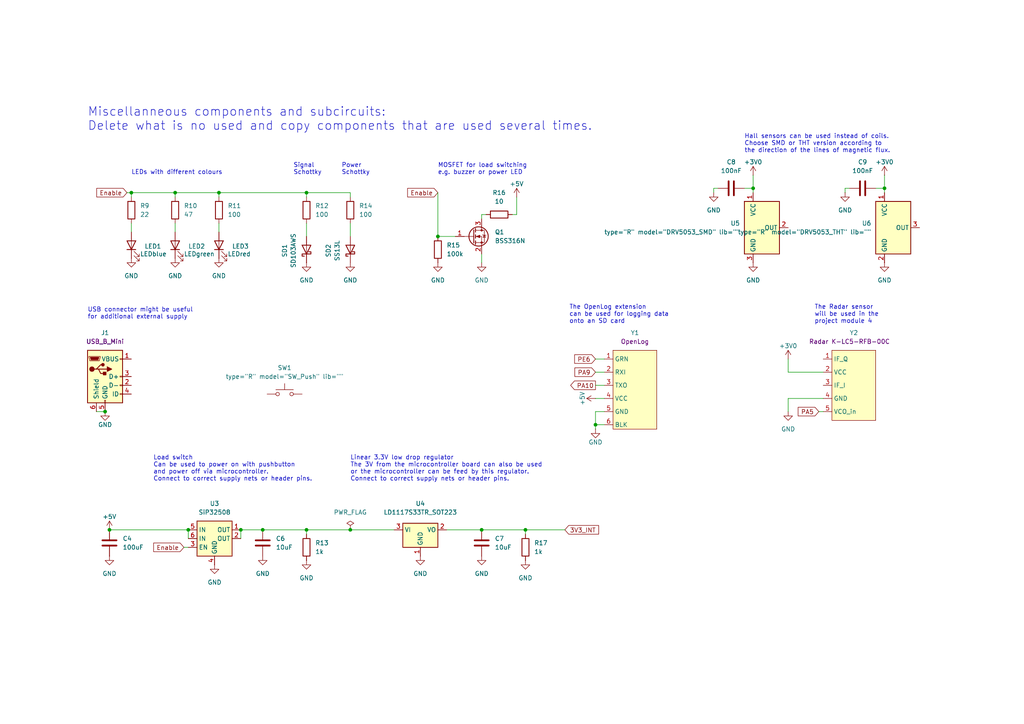
<source format=kicad_sch>
(kicad_sch (version 20250114) (generator "eeschema") (generator_version "9.0")
  (paper "A4")
  (title_block (title "Miscellaneous") (date "2022-12-22") (company "hhrt@zhaw.ch"))
  (lib_symbols
    (symbol "Connector:USB_B_Mini" (pin_names (offset 1.016))
      (property "Reference" "J" (at -5.08 11.43 0))
      (property "Value" "USB_B_Mini" (at -5.08 8.89 0))
      (symbol "USB_B_Mini_0_1"
        (rectangle (start -5.08 -7.62) (end 5.08 7.62) (stroke (width 0.254)) (fill (type background)))
        (polyline (pts (xy -4.699 5.842) (xy -4.699 5.588) (xy -4.445 4.826) (xy -4.445 4.572) (xy -1.651 4.572) (xy -1.651 4.826) (xy -1.397 5.588) (xy -1.397 5.842) (xy -4.699 5.842)))
        (polyline (pts (xy -4.318 5.588) (xy -1.778 5.588) (xy -2.032 4.826) (xy -4.064 4.826) (xy -4.318 5.588)) (fill (type outline)))
        (circle (center -3.81 2.159) (radius 0.635) (stroke (width 0.254)) (fill (type outline)))
        (polyline (pts (xy -3.175 2.159) (xy -2.54 2.159) (xy -1.27 3.429) (xy -0.635 3.429)) (stroke (width 0.254)))
        (polyline (pts (xy -2.54 2.159) (xy -1.905 2.159) (xy -1.27 0.889) (xy 0 0.889)) (stroke (width 0.254)))
        (polyline (pts (xy -1.905 2.159) (xy 0.635 2.159)) (stroke (width 0.254)))
        (circle (center -0.635 3.429) (radius 0.381) (stroke (width 0.254)) (fill (type outline)))
        (rectangle (start -0.127 -7.62) (end 0.127 -6.858))
        (rectangle (start 0.254 1.27) (end -0.508 0.508) (stroke (width 0.254)) (fill (type outline)))
        (polyline (pts (xy 0.635 2.794) (xy 0.635 1.524) (xy 1.905 2.159) (xy 0.635 2.794)) (stroke (width 0.254)) (fill (type outline)))
        (rectangle (start 5.08 4.953) (end 4.318 5.207))
        (rectangle (start 5.08 -0.127) (end 4.318 0.127))
        (rectangle (start 5.08 -2.667) (end 4.318 -2.413))
        (rectangle (start 5.08 -5.207) (end 4.318 -4.953))
      )
      (symbol "USB_B_Mini_1_1"
        (pin passive line (at -2.54 -10.16 90) (length 2.54) (name "Shield") (number "6"))
        (pin power_out line (at 0 -10.16 90) (length 2.54) (name "GND") (number "5"))
        (pin power_out line (at 7.62 5.08 180) (length 2.54) (name "VBUS") (number "1"))
        (pin bidirectional line (at 7.62 0 180) (length 2.54) (name "D+") (number "3"))
        (pin bidirectional line (at 7.62 -2.54 180) (length 2.54) (name "D-") (number "2"))
        (pin passive line (at 7.62 -5.08 180) (length 2.54) (name "ID") (number "4"))
      )
    )
    (symbol "Device:C" (pin_numbers (hide yes)) (pin_names (offset 0.254))
      (property "Reference" "C" (at 0.635 2.54 0))
      (property "Value" "C" (at 0.635 -2.54 0))
      (symbol "C_0_1"
        (polyline (pts (xy -2.032 0.762) (xy 2.032 0.762)) (stroke (width 0.508)))
        (polyline (pts (xy -2.032 -0.762) (xy 2.032 -0.762)) (stroke (width 0.508)))
      )
      (symbol "C_1_1"
        (pin passive line (at 0 3.81 270) (length 2.794) (name "~") (number "1"))
        (pin passive line (at 0 -3.81 90) (length 2.794) (name "~") (number "2"))
      )
    )
    (symbol "Device:D_Schottky" (pin_numbers (hide yes)) (pin_names (offset 1.016) (hide yes))
      (property "Reference" "D" (at 0 2.54 0))
      (property "Value" "D_Schottky" (at 0 -2.54 0))
      (symbol "D_Schottky_0_1"
        (polyline (pts (xy -1.905 0.635) (xy -1.905 1.27) (xy -1.27 1.27) (xy -1.27 -1.27) (xy -0.635 -1.27) (xy -0.635 -0.635)) (stroke (width 0.254)))
        (polyline (pts (xy 1.27 1.27) (xy 1.27 -1.27) (xy -1.27 0) (xy 1.27 1.27)) (stroke (width 0.254)))
        (polyline (pts (xy 1.27 0) (xy -1.27 0)))
      )
      (symbol "D_Schottky_1_1"
        (pin passive line (at -3.81 0 0) (length 2.54) (name "K") (number "1"))
        (pin passive line (at 3.81 0 180) (length 2.54) (name "A") (number "2"))
      )
    )
    (symbol "Device:LED" (pin_numbers (hide yes)) (pin_names (offset 1.016) (hide yes))
      (property "Reference" "D" (at 0 2.54 0))
      (property "Value" "LED" (at 0 -2.54 0))
      (symbol "LED_0_1"
        (polyline (pts (xy -3.048 -0.762) (xy -4.572 -2.286) (xy -3.81 -2.286) (xy -4.572 -2.286) (xy -4.572 -1.524)))
        (polyline (pts (xy -1.778 -0.762) (xy -3.302 -2.286) (xy -2.54 -2.286) (xy -3.302 -2.286) (xy -3.302 -1.524)))
        (polyline (pts (xy -1.27 0) (xy 1.27 0)))
        (polyline (pts (xy -1.27 -1.27) (xy -1.27 1.27)) (stroke (width 0.254)))
        (polyline (pts (xy 1.27 -1.27) (xy 1.27 1.27) (xy -1.27 0) (xy 1.27 -1.27)) (stroke (width 0.254)))
      )
      (symbol "LED_1_1"
        (pin passive line (at -3.81 0 0) (length 2.54) (name "K") (number "1"))
        (pin passive line (at 3.81 0 180) (length 2.54) (name "A") (number "2"))
      )
    )
    (symbol "Device:R" (pin_numbers (hide yes)) (pin_names (offset 0))
      (property "Reference" "R" (at 2.032 0 90))
      (property "Value" "R" (at 0 0 90))
      (symbol "R_0_1"
        (rectangle (start -1.016 -2.54) (end 1.016 2.54) (stroke (width 0.254)))
      )
      (symbol "R_1_1"
        (pin passive line (at 0 3.81 270) (length 1.27) (name "~") (number "1"))
        (pin passive line (at 0 -3.81 90) (length 1.27) (name "~") (number "2"))
      )
    )
    (symbol "HW_template:OpenLog"
      (property "Reference" "Y" (at 0 16.51 0))
      (property "Value" "${SIM.PARAMS}" (at 0 13.97 0))
      (property "Sim.Params" "OpenLog" (at 0 13.97 0))
      (symbol "OpenLog_0_1"
        (rectangle (start -6.35 11.43) (end 6.35 -11.43) (fill (type background)))
      )
      (symbol "OpenLog_1_1"
        (pin input line (at -8.89 8.89 0) (length 2.54) (name "GRN") (number "1"))
        (pin input line (at -8.89 5.08 0) (length 2.54) (name "RXI") (number "2"))
        (pin output line (at -8.89 1.27 0) (length 2.54) (name "TXO") (number "3"))
        (pin power_in line (at -8.89 -2.54 0) (length 2.54) (name "VCC") (number "4"))
        (pin power_in line (at -8.89 -6.35 0) (length 2.54) (name "GND") (number "5"))
        (pin power_in line (at -8.89 -10.16 0) (length 2.54) (name "BLK") (number "6"))
      )
    )
    (symbol "HW_template:Radar K-LC5-RFB-00C"
      (property "Reference" "Y" (at 0 15.24 0))
      (property "Value" "${SIM.PARAMS}" (at -1.27 12.7 0))
      (property "Sim.Params" "Radar K-LC5-RFB-00C" (at -1.27 12.7 0))
      (symbol "Radar K-LC5-RFB-00C_0_1"
        (rectangle (start -6.35 10.16) (end 6.35 -10.16) (fill (type background)))
      )
      (symbol "Radar K-LC5-RFB-00C_1_1"
        (pin output line (at -8.89 7.62 0) (length 2.54) (name "IF_Q") (number "1"))
        (pin power_in line (at -8.89 3.81 0) (length 2.54) (name "VCC") (number "2"))
        (pin output line (at -8.89 0 0) (length 2.54) (name "IF_I") (number "3"))
        (pin power_in line (at -8.89 -3.81 0) (length 2.54) (name "GND") (number "4"))
        (pin input line (at -8.89 -7.62 0) (length 2.54) (name "VCO_in") (number "5"))
      )
    )
    (symbol "HW_template:SiP32508"
      (property "Reference" "U" (at 0 8.89 0))
      (property "Value" "SiP32508" (at 0 6.35 0))
      (symbol "SiP32508_0_1"
        (rectangle (start -5.08 5.08) (end 5.08 -5.08) (stroke (width 0.254)) (fill (type background)))
      )
      (symbol "SiP32508_1_1"
        (pin passive line (at -7.62 2.54 0) (length 2.54) (name "IN") (number "5"))
        (pin passive line (at -7.62 0 0) (length 2.54) (name "IN") (number "6"))
        (pin input line (at -7.62 -2.54 0) (length 2.54) (name "EN") (number "3"))
        (pin power_in line (at 0 -7.62 90) (length 2.54) (name "GND") (number "4"))
        (pin passive line (at 7.62 2.54 180) (length 2.54) (name "OUT") (number "1"))
        (pin passive line (at 7.62 0 180) (length 2.54) (name "OUT") (number "2"))
      )
    )
    (symbol "Regulator_Linear:LD1117S33TR_SOT223"
      (property "Reference" "U" (at -3.81 3.175 0))
      (property "Value" "LD1117S33TR_SOT223" (at 0 3.175 0))
      (symbol "LD1117S33TR_SOT223_0_1"
        (rectangle (start -5.08 -5.08) (end 5.08 1.905) (stroke (width 0.254)) (fill (type background)))
      )
      (symbol "LD1117S33TR_SOT223_1_1"
        (pin power_in line (at -7.62 0 0) (length 2.54) (name "VI") (number "3"))
        (pin power_in line (at 0 -7.62 90) (length 2.54) (name "GND") (number "1"))
        (pin power_out line (at 7.62 0 180) (length 2.54) (name "VO") (number "2"))
      )
    )
    (symbol "Sensor_Magnetic:DRV5055A1xDBZxQ1"
      (property "Reference" "U" (at 2.54 12.7 0))
      (property "Value" "DRV5055A1xDBZxQ1" (at 2.54 10.16 0))
      (symbol "DRV5055A1xDBZxQ1_1_1"
        (rectangle (start -5.08 7.62) (end 5.08 -7.62) (stroke (width 0.254)) (fill (type background)))
        (pin power_in line (at -2.54 10.16 270) (length 2.54) (name "VCC") (number "1"))
        (pin power_in line (at -2.54 -10.16 90) (length 2.54) (name "GND") (number "3"))
        (pin output line (at 7.62 0 180) (length 2.54) (name "OUT") (number "2"))
      )
    )
    (symbol "Sensor_Magnetic:DRV5055A1xLPGxQ1"
      (property "Reference" "U" (at 5.08 12.7 0))
      (property "Value" "DRV5055A1xLPGxQ1" (at 7.62 10.16 0))
      (symbol "DRV5055A1xLPGxQ1_1_1"
        (rectangle (start -5.08 7.62) (end 5.08 -7.62) (stroke (width 0.254)) (fill (type background)))
        (pin power_in line (at -2.54 10.16 270) (length 2.54) (name "VCC") (number "1"))
        (pin power_in line (at -2.54 -10.16 90) (length 2.54) (name "GND") (number "2"))
        (pin output line (at 7.62 0 180) (length 2.54) (name "OUT") (number "3"))
      )
    )
    (symbol "Switch:SW_Push" (pin_numbers (hide yes)) (pin_names (offset 1.016) (hide yes))
      (property "Reference" "SW" (at 1.27 2.54 0))
      (property "Value" "SW_Push" (at 0 -1.524 0))
      (symbol "SW_Push_0_1"
        (circle (center -2.032 0) (radius 0.508))
        (polyline (pts (xy 0 1.27) (xy 0 3.048)))
        (circle (center 2.032 0) (radius 0.508))
        (polyline (pts (xy 2.54 1.27) (xy -2.54 1.27)))
        (pin passive line (at -5.08 0 0) (length 2.54) (name "1") (number "1"))
        (pin passive line (at 5.08 0 180) (length 2.54) (name "2") (number "2"))
      )
    )
    (symbol "Transistor_FET:BSS138" (pin_names (hide yes))
      (property "Reference" "Q" (at 5.08 1.905 0))
      (property "Value" "BSS138" (at 5.08 0 0))
      (symbol "BSS138_0_1"
        (polyline (pts (xy 0.254 1.905) (xy 0.254 -1.905)) (stroke (width 0.254)))
        (polyline (pts (xy 0.254 0) (xy -2.54 0)))
        (polyline (pts (xy 0.762 2.286) (xy 0.762 1.27)) (stroke (width 0.254)))
        (polyline (pts (xy 0.762 0.508) (xy 0.762 -0.508)) (stroke (width 0.254)))
        (polyline (pts (xy 0.762 -1.27) (xy 0.762 -2.286)) (stroke (width 0.254)))
        (polyline (pts (xy 0.762 -1.778) (xy 3.302 -1.778) (xy 3.302 1.778) (xy 0.762 1.778)))
        (polyline (pts (xy 1.016 0) (xy 2.032 0.381) (xy 2.032 -0.381) (xy 1.016 0)) (fill (type outline)))
        (circle (center 1.651 0) (radius 2.794) (stroke (width 0.254)))
        (polyline (pts (xy 2.54 2.54) (xy 2.54 1.778)))
        (circle (center 2.54 1.778) (radius 0.254) (fill (type outline)))
        (circle (center 2.54 -1.778) (radius 0.254) (fill (type outline)))
        (polyline (pts (xy 2.54 -2.54) (xy 2.54 0) (xy 0.762 0)))
        (polyline (pts (xy 2.794 0.508) (xy 2.921 0.381) (xy 3.683 0.381) (xy 3.81 0.254)))
        (polyline (pts (xy 3.302 0.381) (xy 2.921 -0.254) (xy 3.683 -0.254) (xy 3.302 0.381)))
      )
      (symbol "BSS138_1_1"
        (pin input line (at -5.08 0 0) (length 2.54) (name "G") (number "1"))
        (pin passive line (at 2.54 5.08 270) (length 2.54) (name "D") (number "3"))
        (pin passive line (at 2.54 -5.08 90) (length 2.54) (name "S") (number "2"))
      )
    )
    (symbol "power:+3V0" (power) (pin_numbers (hide yes)) (pin_names (offset 0) (hide yes))
      (property "Value" "+3V0" (at 0 3.556 0))
      (symbol "+3V0_0_1"
        (polyline (pts (xy -0.762 1.27) (xy 0 2.54)))
        (polyline (pts (xy 0 2.54) (xy 0.762 1.27)))
        (polyline (pts (xy 0 0) (xy 0 2.54)))
      )
      (symbol "+3V0_1_1"
        (pin power_in line (at 0 0 90) (length 0) (name "~") (number "1"))
      )
    )
    (symbol "power:+5V" (power) (pin_numbers (hide yes)) (pin_names (offset 0) (hide yes))
      (property "Value" "+5V" (at 0 3.556 0))
      (symbol "+5V_0_1"
        (polyline (pts (xy -0.762 1.27) (xy 0 2.54)))
        (polyline (pts (xy 0 2.54) (xy 0.762 1.27)))
        (polyline (pts (xy 0 0) (xy 0 2.54)))
      )
      (symbol "+5V_1_1"
        (pin power_in line (at 0 0 90) (length 0) (name "~") (number "1"))
      )
    )
    (symbol "power:GND" (power) (pin_numbers (hide yes)) (pin_names (offset 0) (hide yes))
      (property "Value" "GND" (at 0 -3.81 0))
      (symbol "GND_0_1"
        (polyline (pts (xy 0 0) (xy 0 -1.27) (xy 1.27 -1.27) (xy 0 -2.54) (xy -1.27 -1.27) (xy 0 -1.27)))
      )
      (symbol "GND_1_1"
        (pin power_in line (at 0 0 270) (length 0) (name "~") (number "1"))
      )
    )
    (symbol "power:PWR_FLAG" (power) (pin_numbers (hide yes)) (pin_names (offset 0) (hide yes))
      (property "Value" "PWR_FLAG" (at 0 3.81 0))
      (symbol "PWR_FLAG_0_0"
        (pin power_out line (at 0 0 90) (length 0) (name "~") (number "1"))
      )
      (symbol "PWR_FLAG_0_1"
        (polyline (pts (xy 0 0) (xy 0 1.27) (xy -1.016 1.905) (xy 0 2.54) (xy 1.016 1.905) (xy 0 1.27)))
      )
    )
  )
  (text "The Radar sensor\nwill be used in the\nproject module 4" (at 236.22 93.98 0) (effects (font (size 1.27 1.27)) (justify left bottom)))
  (text "Linear 3.3V low drop regulator\nThe 3V from the microcontroller board can also be used\nor the microcontroller can be feed by this regulator.\nConnect to correct supply nets or header pins." (at 101.6 139.7 0) (effects (font (size 1.27 1.27)) (justify left bottom)))
  (text "MOSFET for load switching\ne.g. buzzer or power LED" (at 127 50.8 0) (effects (font (size 1.27 1.27)) (justify left bottom)))
  (text "The OpenLog extension\ncan be used for logging data\nonto an SD card" (at 165.1 93.98 0) (effects (font (size 1.27 1.27)) (justify left bottom)))
  (text "LEDs with different colours" (at 38.1 50.8 0) (effects (font (size 1.27 1.27)) (justify left bottom)))
  (text "Signal\nSchottky" (at 85.09 50.8 0) (effects (font (size 1.27 1.27)) (justify left bottom)))
  (text "Hall sensors can be used instead of coils.\nChoose SMD or THT version according to\nthe direction of the lines of magnetic flux." (at 215.9 44.45 0) (effects (font (size 1.27 1.27)) (justify left bottom)))
  (text "Power\nSchottky" (at 99.06 50.8 0) (effects (font (size 1.27 1.27)) (justify left bottom)))
  (text "USB connector might be useful\nfor additional external supply" (at 25.4 92.71 0) (effects (font (size 1.27 1.27)) (justify left bottom)))
  (text "Miscellanneous components and subcircuits:\nDelete what is no used and copy components that are used several times." (at 25.4 38.1 0) (effects (font (size 2.54 2.54)) (justify left bottom)))
  (text "Load switch\nCan be used to power on with pushbutton\nand power off via microcontroller.\nConnect to correct supply nets or header pins." (at 44.45 139.7 0) (effects (font (size 1.27 1.27)) (justify left bottom)))
  (junction (at 172.72 123.19))
  (junction (at 127 68.58))
  (junction (at 63.5 55.88))
  (junction (at 218.44 54.61))
  (junction (at 76.2 153.67))
  (junction (at 69.85 153.67))
  (junction (at 256.54 54.61))
  (junction (at 31.75 153.67))
  (junction (at 139.7 153.67))
  (junction (at 152.4 153.67))
  (junction (at 101.6 153.67))
  (junction (at 54.61 153.67))
  (junction (at 88.9 55.88))
  (junction (at 50.8 55.88))
  (junction (at 88.9 153.67))
  (junction (at 38.1 55.88))
  (junction (at 30.48 119.38))
  (wire (pts (xy 63.5 64.77) (xy 63.5 67.31)))
  (wire (pts (xy 36.83 55.88) (xy 38.1 55.88)))
  (wire (pts (xy 149.86 57.15) (xy 149.86 62.23)))
  (wire (pts (xy 129.54 153.67) (xy 139.7 153.67)))
  (wire (pts (xy 218.44 54.61) (xy 218.44 55.88)))
  (wire (pts (xy 38.1 55.88) (xy 50.8 55.88)))
  (wire (pts (xy 31.75 153.67) (xy 54.61 153.67)))
  (wire (pts (xy 88.9 153.67) (xy 88.9 154.94)))
  (wire (pts (xy 38.1 57.15) (xy 38.1 55.88)))
  (wire (pts (xy 101.6 55.88) (xy 101.6 57.15)))
  (wire (pts (xy 172.72 119.38) (xy 172.72 123.19)))
  (wire (pts (xy 245.11 54.61) (xy 245.11 55.88)))
  (wire (pts (xy 237.49 119.38) (xy 238.76 119.38)))
  (wire (pts (xy 148.59 62.23) (xy 149.86 62.23)))
  (wire (pts (xy 38.1 64.77) (xy 38.1 67.31)))
  (wire (pts (xy 101.6 64.77) (xy 101.6 68.58)))
  (wire (pts (xy 88.9 55.88) (xy 101.6 55.88)))
  (wire (pts (xy 172.72 104.14) (xy 175.26 104.14)))
  (wire (pts (xy 69.85 153.67) (xy 76.2 153.67)))
  (wire (pts (xy 172.72 111.76) (xy 175.26 111.76)))
  (wire (pts (xy 256.54 54.61) (xy 256.54 55.88)))
  (wire (pts (xy 172.72 115.57) (xy 175.26 115.57)))
  (wire (pts (xy 127 68.58) (xy 132.08 68.58)))
  (wire (pts (xy 207.01 54.61) (xy 207.01 55.88)))
  (wire (pts (xy 254 54.61) (xy 256.54 54.61)))
  (wire (pts (xy 140.97 62.23) (xy 139.7 62.23)))
  (wire (pts (xy 152.4 153.67) (xy 163.83 153.67)))
  (wire (pts (xy 152.4 153.67) (xy 152.4 154.94)))
  (wire (pts (xy 54.61 158.75) (xy 53.34 158.75)))
  (wire (pts (xy 172.72 123.19) (xy 172.72 124.46)))
  (wire (pts (xy 238.76 115.57) (xy 228.6 115.57)))
  (wire (pts (xy 69.85 153.67) (xy 69.85 156.21)))
  (wire (pts (xy 246.38 54.61) (xy 245.11 54.61)))
  (wire (pts (xy 218.44 50.8) (xy 218.44 54.61)))
  (wire (pts (xy 228.6 115.57) (xy 228.6 119.38)))
  (wire (pts (xy 139.7 73.66) (xy 139.7 76.2)))
  (wire (pts (xy 228.6 107.95) (xy 238.76 107.95)))
  (wire (pts (xy 139.7 62.23) (xy 139.7 63.5)))
  (wire (pts (xy 175.26 119.38) (xy 172.72 119.38)))
  (wire (pts (xy 208.28 54.61) (xy 207.01 54.61)))
  (wire (pts (xy 139.7 153.67) (xy 152.4 153.67)))
  (wire (pts (xy 63.5 55.88) (xy 88.9 55.88)))
  (wire (pts (xy 88.9 55.88) (xy 88.9 57.15)))
  (wire (pts (xy 88.9 153.67) (xy 101.6 153.67)))
  (wire (pts (xy 172.72 107.95) (xy 175.26 107.95)))
  (wire (pts (xy 88.9 64.77) (xy 88.9 68.58)))
  (wire (pts (xy 172.72 123.19) (xy 175.26 123.19)))
  (wire (pts (xy 50.8 55.88) (xy 63.5 55.88)))
  (wire (pts (xy 27.94 119.38) (xy 30.48 119.38)))
  (wire (pts (xy 76.2 153.67) (xy 88.9 153.67)))
  (wire (pts (xy 63.5 55.88) (xy 63.5 57.15)))
  (wire (pts (xy 215.9 54.61) (xy 218.44 54.61)))
  (wire (pts (xy 256.54 50.8) (xy 256.54 54.61)))
  (wire (pts (xy 54.61 153.67) (xy 54.61 156.21)))
  (wire (pts (xy 50.8 64.77) (xy 50.8 67.31)))
  (wire (pts (xy 127 55.88) (xy 127 68.58)))
  (wire (pts (xy 228.6 104.14) (xy 228.6 107.95)))
  (wire (pts (xy 101.6 153.67) (xy 114.3 153.67)))
  (wire (pts (xy 50.8 55.88) (xy 50.8 57.15)))
  (global_label "Enable" (shape input) (at 127 55.88 180) (property "Intersheetrefs" "${INTERSHEET_REFS}" (effects (hide yes))))
  (global_label "3V3_INT" (shape input) (at 163.83 153.67 0) (property "Intersheetrefs" "${INTERSHEET_REFS}" (effects (hide yes))))
  (global_label "PA9" (shape input) (at 172.72 107.95 180) (property "Intersheetrefs" "${INTERSHEET_REFS}" (effects (hide yes))))
  (global_label "Enable" (shape input) (at 36.83 55.88 180) (property "Intersheetrefs" "${INTERSHEET_REFS}" (effects (hide yes))))
  (global_label "PE6" (shape input) (at 172.72 104.14 180) (property "Intersheetrefs" "${INTERSHEET_REFS}" (effects (hide yes))))
  (global_label "PA5" (shape input) (at 237.49 119.38 180) (property "Intersheetrefs" "${INTERSHEET_REFS}" (effects (hide yes))))
  (global_label "Enable" (shape input) (at 53.34 158.75 180) (property "Intersheetrefs" "${INTERSHEET_REFS}" (effects (hide yes))))
  (global_label "PA10" (shape output) (at 172.72 111.76 180) (property "Intersheetrefs" "${INTERSHEET_REFS}" (effects (hide yes))))
  (symbol (lib_id "power:PWR_FLAG") (at 101.6 153.67 0) (unit 1)
    (property "Reference" "#FLG04" (effects (hide yes)))
    (property "Value" "PWR_FLAG" (at 101.6 148.59 0))
    (property "Description" "Special symbol for telling ERC where power comes from" (effects (hide yes)))
  )
  (symbol (lib_id "power:GND") (at 63.5 74.93 0) (unit 1)
    (property "Reference" "#PWR027" (effects (hide yes)))
    (property "Value" "GND" (at 63.5 80.01 0))
    (property "Description" "Power symbol creates a global label with name \"GND\" , ground" (effects (hide yes)))
  )
  (symbol (lib_id "power:GND") (at 88.9 76.2 0) (unit 1)
    (property "Reference" "#PWR029" (effects (hide yes)))
    (property "Value" "GND" (at 88.9 81.28 0))
    (property "Description" "Power symbol creates a global label with name \"GND\" , ground" (effects (hide yes)))
  )
  (symbol (lib_id "power:GND") (at 76.2 161.29 0) (unit 1)
    (property "Reference" "#PWR028" (effects (hide yes)))
    (property "Value" "GND" (at 76.2 166.37 0))
    (property "Description" "Power symbol creates a global label with name \"GND\" , ground" (effects (hide yes)))
  )
  (symbol (lib_id "Device:R") (at 50.8 60.96 0) (unit 1)
    (property "Reference" "R10" (at 53.34 59.6899 0) (effects (justify left)))
    (property "Value" "47" (at 53.34 62.2299 0) (effects (justify left)))
    (property "Footprint" "Resistor_SMD:R_0805_2012Metric_Pad1.20x1.40mm_HandSolder" (effects (hide yes)))
  )
  (symbol (lib_id "Device:R") (at 88.9 158.75 0) (unit 1)
    (property "Reference" "R13" (at 91.44 157.4799 0) (effects (justify left)))
    (property "Value" "1k" (at 91.44 160.0199 0) (effects (justify left)))
    (property "Footprint" "Resistor_SMD:R_0805_2012Metric_Pad1.20x1.40mm_HandSolder" (effects (hide yes)))
  )
  (symbol (lib_id "power:GND") (at 172.72 124.46 0) (unit 1)
    (property "Reference" "#PWR039" (effects (hide yes)))
    (property "Value" "GND" (at 172.72 128.27 0))
    (property "Description" "Power symbol creates a global label with name \"GND\" , ground" (effects (hide yes)))
  )
  (symbol (lib_id "Sensor_Magnetic:DRV5055A1xLPGxQ1") (at 259.08 66.04 0) (unit 1) (exclude_from_sim yes)
    (property "Reference" "U6" (at 252.73 64.7699 0) (effects (justify right)))
    (property "Value" "${SIM.PARAMS}" (at 252.73 67.3099 0) (effects (justify right)))
    (property "Footprint" "HW_template:TO-92Flat_wide" (effects (hide yes)))
    (property "Datasheet" "https://www.ti.com/product/DRV5053" (effects (hide yes)))
    (property "Sim.Device" "SPICE" (effects (hide yes)))
    (property "Sim.Params" "type=\"R\" model=\"DRV5053_THT\" lib=\"\"" (effects (hide yes)))
    (property "Sim.Pins" "1=1 2=2 3=3" (effects (hide yes)))
  )
  (symbol (lib_id "Device:R") (at 144.78 62.23 270) (unit 1)
    (property "Reference" "R16" (at 144.78 55.88 90))
    (property "Value" "10" (at 144.78 58.42 90))
    (property "Footprint" "Resistor_SMD:R_0805_2012Metric_Pad1.20x1.40mm_HandSolder" (effects (hide yes)))
  )
  (symbol (lib_id "power:GND") (at 38.1 74.93 0) (unit 1)
    (property "Reference" "#PWR022" (effects (hide yes)))
    (property "Value" "GND" (at 38.1 80.01 0))
    (property "Description" "Power symbol creates a global label with name \"GND\" , ground" (effects (hide yes)))
  )
  (symbol (lib_id "HW_template:Radar K-LC5-RFB-00C") (at 247.65 111.76 0) (unit 1) (exclude_from_sim yes)
    (property "Reference" "Y2" (at 247.65 96.52 0))
    (property "Value" "${SIM.PARAMS}" (at 246.38 99.06 0))
    (property "Footprint" "HW_template:Radar_K-LC5" (effects (hide yes)))
    (property "Datasheet" "https://rfbeam.ch/product/k-lc5-radar-transceiver/" (effects (hide yes)))
    (property "Sim.Device" "SPICE" (effects (hide yes)))
    (property "Sim.Params" "Radar K-LC5-RFB-00C" (at 246.38 99.06 0))
    (property "Sim.Pins" "1=1 2=2 3=3 4=4 5=5" (effects (hide yes)))
  )
  (symbol (lib_id "Device:LED") (at 63.5 71.12 90) (unit 1)
    (property "Reference" "LED3" (at 67.31 71.4374 90) (effects (justify right)))
    (property "Value" "LEDred" (at 66.04 73.66 90) (effects (justify right)))
    (property "Footprint" "LED_SMD:LED_1206_3216Metric_Pad1.42x1.75mm_HandSolder" (effects (hide yes)))
    (property "Sim.Library" "spice\\miscellaneous.lib" (effects (hide yes)))
    (property "Sim.Name" "LEDred" (effects (hide yes)))
    (property "Sim.Pins" "2=1 1=2" (effects (hide yes)))
  )
  (symbol (lib_id "Device:C") (at 139.7 157.48 0) (unit 1)
    (property "Reference" "C7" (at 143.51 156.2099 0) (effects (justify left)))
    (property "Value" "10uF" (at 143.51 158.7499 0) (effects (justify left)))
    (property "Footprint" "Capacitor_SMD:C_0805_2012Metric_Pad1.18x1.45mm_HandSolder" (effects (hide yes)))
  )
  (symbol (lib_id "power:GND") (at 139.7 161.29 0) (unit 1)
    (property "Reference" "#PWR035" (effects (hide yes)))
    (property "Value" "GND" (at 139.7 166.37 0))
    (property "Description" "Power symbol creates a global label with name \"GND\" , ground" (effects (hide yes)))
  )
  (symbol (lib_id "power:+5V") (at 149.86 57.15 0) (unit 1)
    (property "Reference" "#PWR036" (effects (hide yes)))
    (property "Value" "+5V" (at 149.86 53.34 0))
    (property "Description" "Power symbol creates a global label with name \"+5V\"" (effects (hide yes)))
  )
  (symbol (lib_id "Sensor_Magnetic:DRV5055A1xDBZxQ1") (at 220.98 66.04 0) (unit 1) (exclude_from_sim yes)
    (property "Reference" "U5" (at 214.63 64.7699 0) (effects (justify right)))
    (property "Value" "${SIM.PARAMS}" (at 214.63 67.3099 0) (effects (justify right)))
    (property "Footprint" "Package_TO_SOT_SMD:SOT-23" (effects (hide yes)))
    (property "Sim.Device" "SPICE" (effects (hide yes)))
    (property "Sim.Params" "type=\"R\" model=\"DRV5053_SMD\" lib=\"\"" (effects (hide yes)))
    (property "Sim.Pins" "1=1 2=2 3=3" (effects (hide yes)))
  )
  (symbol (lib_id "Device:R") (at 38.1 60.96 0) (unit 1)
    (property "Reference" "R9" (at 40.64 59.6899 0) (effects (justify left)))
    (property "Value" "22" (at 40.64 62.2299 0) (effects (justify left)))
    (property "Footprint" "Resistor_SMD:R_0805_2012Metric_Pad1.20x1.40mm_HandSolder" (effects (hide yes)))
  )
  (symbol (lib_id "power:+5V") (at 31.75 153.67 0) (unit 1)
    (property "Reference" "#PWR020" (effects (hide yes)))
    (property "Value" "+5V" (at 31.75 149.86 0))
    (property "Description" "Power symbol creates a global label with name \"+5V\"" (effects (hide yes)))
  )
  (symbol (lib_id "power:GND") (at 62.23 163.83 0) (unit 1)
    (property "Reference" "#PWR026" (effects (hide yes)))
    (property "Value" "GND" (at 62.23 168.91 0))
    (property "Description" "Power symbol creates a global label with name \"GND\" , ground" (effects (hide yes)))
  )
  (symbol (lib_id "Device:R") (at 63.5 60.96 0) (unit 1)
    (property "Reference" "R11" (at 66.04 59.6899 0) (effects (justify left)))
    (property "Value" "100" (at 66.04 62.2299 0) (effects (justify left)))
    (property "Footprint" "Resistor_SMD:R_0805_2012Metric_Pad1.20x1.40mm_HandSolder" (effects (hide yes)))
  )
  (symbol (lib_id "power:GND") (at 245.11 55.88 0) (unit 1)
    (property "Reference" "#PWR045" (effects (hide yes)))
    (property "Value" "GND" (at 245.11 60.96 0))
    (property "Description" "Power symbol creates a global label with name \"GND\" , ground" (effects (hide yes)))
  )
  (symbol (lib_id "power:+3V0") (at 218.44 50.8 0) (unit 1)
    (property "Reference" "#PWR041" (effects (hide yes)))
    (property "Value" "+3V0" (at 218.44 46.99 0))
    (property "Description" "Power symbol creates a global label with name \"+3V0\"" (effects (hide yes)))
  )
  (symbol (lib_id "power:GND") (at 228.6 119.38 0) (unit 1)
    (property "Reference" "#PWR044" (effects (hide yes)))
    (property "Value" "GND" (at 228.6 124.46 0))
    (property "Description" "Power symbol creates a global label with name \"GND\" , ground" (effects (hide yes)))
  )
  (symbol (lib_id "Device:D_Schottky") (at 88.9 72.39 90) (unit 1)
    (property "Reference" "SD1" (at 82.55 72.7075 0))
    (property "Value" "SD103AWS" (at 85.09 72.7075 0))
    (property "Footprint" "Diode_SMD:D_SOD-323_HandSoldering" (effects (hide yes)))
    (property "Sim.Library" "spice\\miscellaneous.lib" (effects (hide yes)))
    (property "Sim.Name" "DI_SD103AWS" (effects (hide yes)))
    (property "Sim.Pins" "2=1 1=2" (effects (hide yes)))
  )
  (symbol (lib_id "Device:C") (at 212.09 54.61 90) (unit 1)
    (property "Reference" "C8" (at 212.09 46.99 90))
    (property "Value" "100nF" (at 212.09 49.53 90))
    (property "Footprint" "Capacitor_SMD:C_0805_2012Metric_Pad1.18x1.45mm_HandSolder" (effects (hide yes)))
  )
  (symbol (lib_id "HW_template:OpenLog") (at 184.15 113.03 0) (unit 1) (exclude_from_sim yes)
    (property "Reference" "Y1" (at 184.15 96.52 0))
    (property "Value" "${SIM.PARAMS}" (at 184.15 99.06 0))
    (property "Footprint" "Connector_PinHeader_2.54mm:PinHeader_1x06_P2.54mm_Vertical" (effects (hide yes)))
    (property "Datasheet" "https://learn.sparkfun.com/tutorials/openlog-hookup-guide" (effects (hide yes)))
    (property "Sim.Device" "SPICE" (effects (hide yes)))
    (property "Sim.Params" "OpenLog" (at 184.15 99.06 0))
    (property "Sim.Pins" "1=1 2=2 3=3 4=4 5=5 6=6" (effects (hide yes)))
  )
  (symbol (lib_id "Device:D_Schottky") (at 101.6 72.39 90) (unit 1)
    (property "Reference" "SD2" (at 95.25 72.7075 0))
    (property "Value" "SS13L" (at 97.79 72.7075 0))
    (property "Footprint" "Diode_SMD:D_SMA" (effects (hide yes)))
    (property "Sim.Library" "spice\\miscellaneous.lib" (effects (hide yes)))
    (property "Sim.Name" "SS13L" (effects (hide yes)))
    (property "Sim.Pins" "2=1 1=2" (effects (hide yes)))
  )
  (symbol (lib_id "Device:R") (at 152.4 158.75 0) (unit 1)
    (property "Reference" "R17" (at 154.94 157.4799 0) (effects (justify left)))
    (property "Value" "1k" (at 154.94 160.0199 0) (effects (justify left)))
    (property "Footprint" "Resistor_SMD:R_0805_2012Metric_Pad1.20x1.40mm_HandSolder" (effects (hide yes)))
  )
  (symbol (lib_id "Device:C") (at 31.75 157.48 0) (unit 1)
    (property "Reference" "C4" (at 35.56 156.2099 0) (effects (justify left)))
    (property "Value" "100uF" (at 35.56 158.7499 0) (effects (justify left)))
    (property "Footprint" "Capacitor_SMD:C_1206_3216Metric_Pad1.33x1.80mm_HandSolder" (effects (hide yes)))
  )
  (symbol (lib_id "Transistor_FET:BSS138") (at 137.16 68.58 0) (unit 1)
    (property "Reference" "Q1" (at 143.51 67.3099 0) (effects (justify left)))
    (property "Value" "BSS316N" (at 143.51 69.8499 0) (effects (justify left)))
    (property "Footprint" "Package_TO_SOT_SMD:SOT-23" (effects (hide yes)))
    (property "Datasheet" "https://www.onsemi.com/pub/Collateral/BSS138-D.PDF" (effects (hide yes)))
    (property "Description" "50V Vds, 0.22A Id, N-Channel MOSFET, SOT-23" (effects (hide yes)))
    (property "Sim.Library" "spice\\miscellaneous.lib" (effects (hide yes)))
    (property "Sim.Name" "BSS316N" (effects (hide yes)))
    (property "Sim.Pins" "3=1 1=2 2=3" (effects (hide yes)))
  )
  (symbol (lib_id "power:GND") (at 127 76.2 0) (unit 1)
    (property "Reference" "#PWR033" (effects (hide yes)))
    (property "Value" "GND" (at 127 81.28 0))
    (property "Description" "Power symbol creates a global label with name \"GND\" , ground" (effects (hide yes)))
  )
  (symbol (lib_id "power:GND") (at 121.92 161.29 0) (unit 1)
    (property "Reference" "#PWR032" (effects (hide yes)))
    (property "Value" "GND" (at 121.92 166.37 0))
    (property "Description" "Power symbol creates a global label with name \"GND\" , ground" (effects (hide yes)))
  )
  (symbol (lib_id "Regulator_Linear:LD1117S33TR_SOT223") (at 121.92 153.67 0) (unit 1)
    (property "Reference" "U4" (at 121.92 146.05 0))
    (property "Value" "LD1117S33TR_SOT223" (at 121.92 148.59 0))
    (property "Footprint" "Package_TO_SOT_SMD:SOT-223-3_TabPin2" (effects (hide yes)))
    (property "Datasheet" "http://www.st.com/st-web-ui/static/active/en/resource/technical/document/datasheet/CD00000544.pdf" (effects (hide yes)))
    (property "Sim.Library" "spice\\LM1117_N_3P3_TRANS.LIB" (effects (hide yes)))
    (property "Sim.Name" "LM1117_N_3P3_TRANS" (effects (hide yes)))
    (property "Sim.Pins" "3=1 2=2 1=3 1=4" (effects (hide yes)))
  )
  (symbol (lib_id "power:GND") (at 31.75 161.29 0) (unit 1)
    (property "Reference" "#PWR021" (effects (hide yes)))
    (property "Value" "GND" (at 31.75 166.37 0))
    (property "Description" "Power symbol creates a global label with name \"GND\" , ground" (effects (hide yes)))
  )
  (symbol (lib_id "power:GND") (at 218.44 76.2 0) (unit 1)
    (property "Reference" "#PWR042" (effects (hide yes)))
    (property "Value" "GND" (at 218.44 81.28 0))
    (property "Description" "Power symbol creates a global label with name \"GND\" , ground" (effects (hide yes)))
  )
  (symbol (lib_id "Device:LED") (at 50.8 71.12 90) (unit 1)
    (property "Reference" "LED2" (at 54.61 71.4374 90) (effects (justify right)))
    (property "Value" "LEDgreen" (at 53.34 73.66 90) (effects (justify right)))
    (property "Footprint" "LED_SMD:LED_1206_3216Metric_Pad1.42x1.75mm_HandSolder" (effects (hide yes)))
    (property "Sim.Library" "spice\\miscellaneous.lib" (effects (hide yes)))
    (property "Sim.Name" "LEDgreen" (effects (hide yes)))
    (property "Sim.Pins" "2=1 1=2" (effects (hide yes)))
  )
  (symbol (lib_id "Connector:USB_B_Mini") (at 30.48 109.22 0) (unit 1) (exclude_from_sim yes)
    (property "Reference" "J1" (at 30.48 96.52 0))
    (property "Value" "${SIM.PARAMS}" (at 30.48 99.06 0))
    (property "Footprint" "Connector_USB:USB_Mini-B_Lumberg_2486_01_Horizontal" (effects (hide yes)))
    (property "Sim.Device" "SPICE" (effects (hide yes)))
    (property "Sim.Params" "USB_B_Mini" (at 30.48 99.06 0))
    (property "Sim.Pins" "1=1 2=2 3=3 4=4 5=5 6=6" (effects (hide yes)))
  )
  (symbol (lib_id "Device:LED") (at 38.1 71.12 90) (unit 1)
    (property "Reference" "LED1" (at 41.91 71.4374 90) (effects (justify right)))
    (property "Value" "LEDblue" (at 40.64 73.66 90) (effects (justify right)))
    (property "Footprint" "LED_SMD:LED_1206_3216Metric_Pad1.42x1.75mm_HandSolder" (effects (hide yes)))
    (property "Sim.Library" "spice\\miscellaneous.lib" (effects (hide yes)))
    (property "Sim.Name" "LEDblue" (effects (hide yes)))
    (property "Sim.Pins" "2=1 1=2" (effects (hide yes)))
  )
  (symbol (lib_id "HW_template:SiP32508") (at 62.23 156.21 0) (unit 1)
    (property "Reference" "U3" (at 62.23 146.05 0))
    (property "Value" "SiP32508" (at 62.23 148.59 0))
    (property "Footprint" "Package_TO_SOT_SMD:TSOT-23-6_HandSoldering" (effects (hide yes)))
    (property "Datasheet" "https://www.vishay.com/docs/62754/sip32508.pdf" (effects (hide yes)))
    (property "Sim.Pins" "1=1 2=2 3=3 4=4 5=5 6=6" (effects (hide yes)))
    (property "Sim.Device" "SPICE" (effects (hide yes)))
    (property "Sim.Params" "type=\"X\" model=\"SiP32508\" lib=\"spice\\miscellaneous.lib\"" (effects (hide yes)))
  )
  (symbol (lib_id "Device:R") (at 127 72.39 0) (unit 1)
    (property "Reference" "R15" (at 129.54 71.1199 0) (effects (justify left)))
    (property "Value" "100k" (at 129.54 73.6599 0) (effects (justify left)))
    (property "Footprint" "Resistor_SMD:R_0805_2012Metric_Pad1.20x1.40mm_HandSolder" (effects (hide yes)))
  )
  (symbol (lib_id "power:+3V0") (at 256.54 50.8 0) (unit 1)
    (property "Reference" "#PWR046" (effects (hide yes)))
    (property "Value" "+3V0" (at 256.54 46.99 0))
    (property "Description" "Power symbol creates a global label with name \"+3V0\"" (effects (hide yes)))
  )
  (symbol (lib_id "power:GND") (at 256.54 76.2 0) (unit 1)
    (property "Reference" "#PWR047" (effects (hide yes)))
    (property "Value" "GND" (at 256.54 81.28 0))
    (property "Description" "Power symbol creates a global label with name \"GND\" , ground" (effects (hide yes)))
  )
  (symbol (lib_id "power:+5V") (at 172.72 115.57 90) (unit 1)
    (property "Reference" "#PWR038" (effects (hide yes)))
    (property "Value" "+5V" (at 168.91 115.57 0))
    (property "Description" "Power symbol creates a global label with name \"+5V\"" (effects (hide yes)))
  )
  (symbol (lib_id "power:GND") (at 88.9 162.56 0) (unit 1)
    (property "Reference" "#PWR030" (effects (hide yes)))
    (property "Value" "GND" (at 88.9 167.64 0))
    (property "Description" "Power symbol creates a global label with name \"GND\" , ground" (effects (hide yes)))
  )
  (symbol (lib_id "power:+3V0") (at 228.6 104.14 0) (unit 1)
    (property "Reference" "#PWR043" (effects (hide yes)))
    (property "Value" "+3V0" (at 228.6 100.33 0))
    (property "Description" "Power symbol creates a global label with name \"+3V0\"" (effects (hide yes)))
  )
  (symbol (lib_id "Device:C") (at 250.19 54.61 90) (unit 1)
    (property "Reference" "C9" (at 250.19 46.99 90))
    (property "Value" "100nF" (at 250.19 49.53 90))
    (property "Footprint" "Capacitor_SMD:C_0805_2012Metric_Pad1.18x1.45mm_HandSolder" (effects (hide yes)))
    (property "Sim.Device" "SPICE" (effects (hide yes)))
    (property "Sim.Params" "type=\"C\" model=\"10u\" lib=\"\"" (effects (hide yes)))
    (property "Sim.Pins" "1=1 2=2" (effects (hide yes)))
  )
  (symbol (lib_id "Switch:SW_Push") (at 82.55 114.3 0) (unit 1) (exclude_from_sim yes)
    (property "Reference" "SW1" (at 82.55 106.68 0))
    (property "Value" "${SIM.PARAMS}" (at 82.55 109.22 0))
    (property "Footprint" "Button_Switch_SMD:SW_SPST_PTS645" (effects (hide yes)))
    (property "Sim.Device" "SPICE" (effects (hide yes)))
    (property "Sim.Params" "type=\"R\" model=\"SW_Push\" lib=\"\"" (effects (hide yes)))
    (property "Sim.Pins" "1=1 2=2" (effects (hide yes)))
  )
  (symbol (lib_id "power:GND") (at 50.8 74.93 0) (unit 1)
    (property "Reference" "#PWR025" (effects (hide yes)))
    (property "Value" "GND" (at 50.8 80.01 0))
    (property "Description" "Power symbol creates a global label with name \"GND\" , ground" (effects (hide yes)))
  )
  (symbol (lib_id "power:GND") (at 139.7 76.2 0) (unit 1)
    (property "Reference" "#PWR034" (effects (hide yes)))
    (property "Value" "GND" (at 139.7 81.28 0))
    (property "Description" "Power symbol creates a global label with name \"GND\" , ground" (effects (hide yes)))
  )
  (symbol (lib_id "Device:C") (at 76.2 157.48 0) (unit 1)
    (property "Reference" "C6" (at 80.01 156.2099 0) (effects (justify left)))
    (property "Value" "10uF" (at 80.01 158.7499 0) (effects (justify left)))
    (property "Footprint" "Capacitor_SMD:C_0805_2012Metric_Pad1.18x1.45mm_HandSolder" (effects (hide yes)))
  )
  (symbol (lib_id "power:GND") (at 152.4 162.56 0) (unit 1)
    (property "Reference" "#PWR037" (effects (hide yes)))
    (property "Value" "GND" (at 152.4 167.64 0))
    (property "Description" "Power symbol creates a global label with name \"GND\" , ground" (effects (hide yes)))
  )
  (symbol (lib_id "Device:R") (at 88.9 60.96 0) (unit 1)
    (property "Reference" "R12" (at 91.44 59.6899 0) (effects (justify left)))
    (property "Value" "100" (at 91.44 62.2299 0) (effects (justify left)))
    (property "Footprint" "Resistor_SMD:R_0805_2012Metric_Pad1.20x1.40mm_HandSolder" (effects (hide yes)))
  )
  (symbol (lib_id "power:GND") (at 207.01 55.88 0) (unit 1)
    (property "Reference" "#PWR040" (effects (hide yes)))
    (property "Value" "GND" (at 207.01 60.96 0))
    (property "Description" "Power symbol creates a global label with name \"GND\" , ground" (effects (hide yes)))
  )
  (symbol (lib_id "Device:R") (at 101.6 60.96 0) (unit 1)
    (property "Reference" "R14" (at 104.14 59.6899 0) (effects (justify left)))
    (property "Value" "100" (at 104.14 62.2299 0) (effects (justify left)))
    (property "Footprint" "Resistor_SMD:R_0805_2012Metric_Pad1.20x1.40mm_HandSolder" (effects (hide yes)))
  )
  (symbol (lib_id "power:GND") (at 30.48 119.38 0) (unit 1)
    (property "Reference" "#PWR024" (effects (hide yes)))
    (property "Value" "GND" (at 30.48 123.19 0))
    (property "Description" "Power symbol creates a global label with name \"GND\" , ground" (effects (hide yes)))
  )
  (symbol (lib_id "power:GND") (at 101.6 76.2 0) (unit 1)
    (property "Reference" "#PWR031" (effects (hide yes)))
    (property "Value" "GND" (at 101.6 81.28 0))
    (property "Description" "Power symbol creates a global label with name \"GND\" , ground" (effects (hide yes)))
  )
)
</source>
